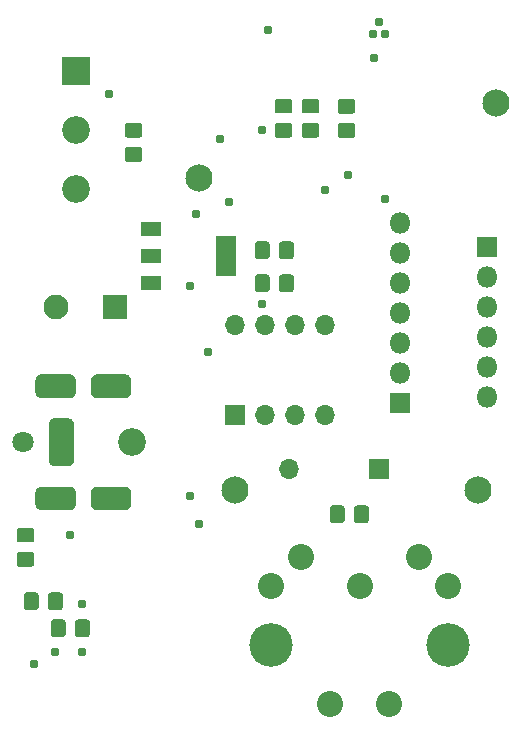
<source format=gbs>
%TF.GenerationSoftware,KiCad,Pcbnew,(5.1.5-0-10_14)*%
%TF.CreationDate,2021-10-12T17:28:20-04:00*%
%TF.ProjectId,piano_aid_pcb,7069616e-6f5f-4616-9964-5f7063622e6b,2*%
%TF.SameCoordinates,Original*%
%TF.FileFunction,Soldermask,Bot*%
%TF.FilePolarity,Negative*%
%FSLAX46Y46*%
G04 Gerber Fmt 4.6, Leading zero omitted, Abs format (unit mm)*
G04 Created by KiCad (PCBNEW (5.1.5-0-10_14)) date 2021-10-12 17:28:20*
%MOMM*%
%LPD*%
G04 APERTURE LIST*
%ADD10C,0.100000*%
%ADD11C,2.351600*%
%ADD12C,1.801600*%
%ADD13R,1.701600X3.401600*%
%ADD14R,1.701600X1.301600*%
%ADD15R,2.351600X2.351600*%
%ADD16C,2.301600*%
%ADD17O,1.701600X1.701600*%
%ADD18R,1.701600X1.701600*%
%ADD19R,1.801600X1.801600*%
%ADD20O,1.801600X1.801600*%
%ADD21C,2.101600*%
%ADD22R,2.101600X2.101600*%
%ADD23C,3.686600*%
%ADD24C,2.201600*%
%ADD25C,0.787400*%
G04 APERTURE END LIST*
D10*
%TO.C,J1*%
G36*
X125979448Y-113479610D02*
G01*
X126028023Y-113486815D01*
X126075658Y-113498747D01*
X126121895Y-113515291D01*
X126166287Y-113536287D01*
X126208407Y-113561533D01*
X126247850Y-113590786D01*
X126284236Y-113623764D01*
X126317214Y-113660150D01*
X126346467Y-113699593D01*
X126371713Y-113741713D01*
X126392709Y-113786105D01*
X126409253Y-113832342D01*
X126421185Y-113879977D01*
X126428390Y-113928552D01*
X126430800Y-113977600D01*
X126430800Y-114978400D01*
X126428390Y-115027448D01*
X126421185Y-115076023D01*
X126409253Y-115123658D01*
X126392709Y-115169895D01*
X126371713Y-115214287D01*
X126346467Y-115256407D01*
X126317214Y-115295850D01*
X126284236Y-115332236D01*
X126247850Y-115365214D01*
X126208407Y-115394467D01*
X126166287Y-115419713D01*
X126121895Y-115440709D01*
X126075658Y-115457253D01*
X126028023Y-115469185D01*
X125979448Y-115476390D01*
X125930400Y-115478800D01*
X123529600Y-115478800D01*
X123480552Y-115476390D01*
X123431977Y-115469185D01*
X123384342Y-115457253D01*
X123338105Y-115440709D01*
X123293713Y-115419713D01*
X123251593Y-115394467D01*
X123212150Y-115365214D01*
X123175764Y-115332236D01*
X123142786Y-115295850D01*
X123113533Y-115256407D01*
X123088287Y-115214287D01*
X123067291Y-115169895D01*
X123050747Y-115123658D01*
X123038815Y-115076023D01*
X123031610Y-115027448D01*
X123029200Y-114978400D01*
X123029200Y-113977600D01*
X123031610Y-113928552D01*
X123038815Y-113879977D01*
X123050747Y-113832342D01*
X123067291Y-113786105D01*
X123088287Y-113741713D01*
X123113533Y-113699593D01*
X123142786Y-113660150D01*
X123175764Y-113623764D01*
X123212150Y-113590786D01*
X123251593Y-113561533D01*
X123293713Y-113536287D01*
X123338105Y-113515291D01*
X123384342Y-113498747D01*
X123431977Y-113486815D01*
X123480552Y-113479610D01*
X123529600Y-113477200D01*
X125930400Y-113477200D01*
X125979448Y-113479610D01*
G37*
G36*
X125806898Y-107679730D02*
G01*
X125857900Y-107687295D01*
X125907916Y-107699824D01*
X125956462Y-107717194D01*
X126003072Y-107739239D01*
X126047297Y-107765746D01*
X126088710Y-107796460D01*
X126126914Y-107831086D01*
X126161540Y-107869290D01*
X126192254Y-107910703D01*
X126218761Y-107954928D01*
X126240806Y-108001538D01*
X126258176Y-108050084D01*
X126270705Y-108100100D01*
X126278270Y-108151102D01*
X126280800Y-108202600D01*
X126280800Y-111253400D01*
X126278270Y-111304898D01*
X126270705Y-111355900D01*
X126258176Y-111405916D01*
X126240806Y-111454462D01*
X126218761Y-111501072D01*
X126192254Y-111545297D01*
X126161540Y-111586710D01*
X126126914Y-111624914D01*
X126088710Y-111659540D01*
X126047297Y-111690254D01*
X126003072Y-111716761D01*
X125956462Y-111738806D01*
X125907916Y-111756176D01*
X125857900Y-111768705D01*
X125806898Y-111776270D01*
X125755400Y-111778800D01*
X124704600Y-111778800D01*
X124653102Y-111776270D01*
X124602100Y-111768705D01*
X124552084Y-111756176D01*
X124503538Y-111738806D01*
X124456928Y-111716761D01*
X124412703Y-111690254D01*
X124371290Y-111659540D01*
X124333086Y-111624914D01*
X124298460Y-111586710D01*
X124267746Y-111545297D01*
X124241239Y-111501072D01*
X124219194Y-111454462D01*
X124201824Y-111405916D01*
X124189295Y-111355900D01*
X124181730Y-111304898D01*
X124179200Y-111253400D01*
X124179200Y-108202600D01*
X124181730Y-108151102D01*
X124189295Y-108100100D01*
X124201824Y-108050084D01*
X124219194Y-108001538D01*
X124241239Y-107954928D01*
X124267746Y-107910703D01*
X124298460Y-107869290D01*
X124333086Y-107831086D01*
X124371290Y-107796460D01*
X124412703Y-107765746D01*
X124456928Y-107739239D01*
X124503538Y-107717194D01*
X124552084Y-107699824D01*
X124602100Y-107687295D01*
X124653102Y-107679730D01*
X124704600Y-107677200D01*
X125755400Y-107677200D01*
X125806898Y-107679730D01*
G37*
G36*
X125979448Y-103979610D02*
G01*
X126028023Y-103986815D01*
X126075658Y-103998747D01*
X126121895Y-104015291D01*
X126166287Y-104036287D01*
X126208407Y-104061533D01*
X126247850Y-104090786D01*
X126284236Y-104123764D01*
X126317214Y-104160150D01*
X126346467Y-104199593D01*
X126371713Y-104241713D01*
X126392709Y-104286105D01*
X126409253Y-104332342D01*
X126421185Y-104379977D01*
X126428390Y-104428552D01*
X126430800Y-104477600D01*
X126430800Y-105478400D01*
X126428390Y-105527448D01*
X126421185Y-105576023D01*
X126409253Y-105623658D01*
X126392709Y-105669895D01*
X126371713Y-105714287D01*
X126346467Y-105756407D01*
X126317214Y-105795850D01*
X126284236Y-105832236D01*
X126247850Y-105865214D01*
X126208407Y-105894467D01*
X126166287Y-105919713D01*
X126121895Y-105940709D01*
X126075658Y-105957253D01*
X126028023Y-105969185D01*
X125979448Y-105976390D01*
X125930400Y-105978800D01*
X123529600Y-105978800D01*
X123480552Y-105976390D01*
X123431977Y-105969185D01*
X123384342Y-105957253D01*
X123338105Y-105940709D01*
X123293713Y-105919713D01*
X123251593Y-105894467D01*
X123212150Y-105865214D01*
X123175764Y-105832236D01*
X123142786Y-105795850D01*
X123113533Y-105756407D01*
X123088287Y-105714287D01*
X123067291Y-105669895D01*
X123050747Y-105623658D01*
X123038815Y-105576023D01*
X123031610Y-105527448D01*
X123029200Y-105478400D01*
X123029200Y-104477600D01*
X123031610Y-104428552D01*
X123038815Y-104379977D01*
X123050747Y-104332342D01*
X123067291Y-104286105D01*
X123088287Y-104241713D01*
X123113533Y-104199593D01*
X123142786Y-104160150D01*
X123175764Y-104123764D01*
X123212150Y-104090786D01*
X123251593Y-104061533D01*
X123293713Y-104036287D01*
X123338105Y-104015291D01*
X123384342Y-103998747D01*
X123431977Y-103986815D01*
X123480552Y-103979610D01*
X123529600Y-103977200D01*
X125930400Y-103977200D01*
X125979448Y-103979610D01*
G37*
G36*
X130679448Y-113479610D02*
G01*
X130728023Y-113486815D01*
X130775658Y-113498747D01*
X130821895Y-113515291D01*
X130866287Y-113536287D01*
X130908407Y-113561533D01*
X130947850Y-113590786D01*
X130984236Y-113623764D01*
X131017214Y-113660150D01*
X131046467Y-113699593D01*
X131071713Y-113741713D01*
X131092709Y-113786105D01*
X131109253Y-113832342D01*
X131121185Y-113879977D01*
X131128390Y-113928552D01*
X131130800Y-113977600D01*
X131130800Y-114978400D01*
X131128390Y-115027448D01*
X131121185Y-115076023D01*
X131109253Y-115123658D01*
X131092709Y-115169895D01*
X131071713Y-115214287D01*
X131046467Y-115256407D01*
X131017214Y-115295850D01*
X130984236Y-115332236D01*
X130947850Y-115365214D01*
X130908407Y-115394467D01*
X130866287Y-115419713D01*
X130821895Y-115440709D01*
X130775658Y-115457253D01*
X130728023Y-115469185D01*
X130679448Y-115476390D01*
X130630400Y-115478800D01*
X128229600Y-115478800D01*
X128180552Y-115476390D01*
X128131977Y-115469185D01*
X128084342Y-115457253D01*
X128038105Y-115440709D01*
X127993713Y-115419713D01*
X127951593Y-115394467D01*
X127912150Y-115365214D01*
X127875764Y-115332236D01*
X127842786Y-115295850D01*
X127813533Y-115256407D01*
X127788287Y-115214287D01*
X127767291Y-115169895D01*
X127750747Y-115123658D01*
X127738815Y-115076023D01*
X127731610Y-115027448D01*
X127729200Y-114978400D01*
X127729200Y-113977600D01*
X127731610Y-113928552D01*
X127738815Y-113879977D01*
X127750747Y-113832342D01*
X127767291Y-113786105D01*
X127788287Y-113741713D01*
X127813533Y-113699593D01*
X127842786Y-113660150D01*
X127875764Y-113623764D01*
X127912150Y-113590786D01*
X127951593Y-113561533D01*
X127993713Y-113536287D01*
X128038105Y-113515291D01*
X128084342Y-113498747D01*
X128131977Y-113486815D01*
X128180552Y-113479610D01*
X128229600Y-113477200D01*
X130630400Y-113477200D01*
X130679448Y-113479610D01*
G37*
G36*
X130679448Y-103979610D02*
G01*
X130728023Y-103986815D01*
X130775658Y-103998747D01*
X130821895Y-104015291D01*
X130866287Y-104036287D01*
X130908407Y-104061533D01*
X130947850Y-104090786D01*
X130984236Y-104123764D01*
X131017214Y-104160150D01*
X131046467Y-104199593D01*
X131071713Y-104241713D01*
X131092709Y-104286105D01*
X131109253Y-104332342D01*
X131121185Y-104379977D01*
X131128390Y-104428552D01*
X131130800Y-104477600D01*
X131130800Y-105478400D01*
X131128390Y-105527448D01*
X131121185Y-105576023D01*
X131109253Y-105623658D01*
X131092709Y-105669895D01*
X131071713Y-105714287D01*
X131046467Y-105756407D01*
X131017214Y-105795850D01*
X130984236Y-105832236D01*
X130947850Y-105865214D01*
X130908407Y-105894467D01*
X130866287Y-105919713D01*
X130821895Y-105940709D01*
X130775658Y-105957253D01*
X130728023Y-105969185D01*
X130679448Y-105976390D01*
X130630400Y-105978800D01*
X128229600Y-105978800D01*
X128180552Y-105976390D01*
X128131977Y-105969185D01*
X128084342Y-105957253D01*
X128038105Y-105940709D01*
X127993713Y-105919713D01*
X127951593Y-105894467D01*
X127912150Y-105865214D01*
X127875764Y-105832236D01*
X127842786Y-105795850D01*
X127813533Y-105756407D01*
X127788287Y-105714287D01*
X127767291Y-105669895D01*
X127750747Y-105623658D01*
X127738815Y-105576023D01*
X127731610Y-105527448D01*
X127729200Y-105478400D01*
X127729200Y-104477600D01*
X127731610Y-104428552D01*
X127738815Y-104379977D01*
X127750747Y-104332342D01*
X127767291Y-104286105D01*
X127788287Y-104241713D01*
X127813533Y-104199593D01*
X127842786Y-104160150D01*
X127875764Y-104123764D01*
X127912150Y-104090786D01*
X127951593Y-104061533D01*
X127993713Y-104036287D01*
X128038105Y-104015291D01*
X128084342Y-103998747D01*
X128131977Y-103986815D01*
X128180552Y-103979610D01*
X128229600Y-103977200D01*
X130630400Y-103977200D01*
X130679448Y-103979610D01*
G37*
D11*
X131230000Y-109728000D03*
D12*
X121980000Y-109728000D03*
%TD*%
D13*
%TO.C,U4*%
X139192000Y-93980000D03*
D14*
X132792000Y-91680000D03*
X132792000Y-93980000D03*
X132792000Y-96280000D03*
%TD*%
D11*
%TO.C,J2*%
X126428000Y-88308000D03*
X126428000Y-83308000D03*
D15*
X126428000Y-78308000D03*
%TD*%
D10*
%TO.C,R10*%
G36*
X122679383Y-116959510D02*
G01*
X122705795Y-116963428D01*
X122731696Y-116969916D01*
X122756837Y-116978911D01*
X122780974Y-116990328D01*
X122803877Y-117004055D01*
X122825324Y-117019961D01*
X122845108Y-117037892D01*
X122863039Y-117057676D01*
X122878945Y-117079123D01*
X122892672Y-117102026D01*
X122904089Y-117126163D01*
X122913084Y-117151304D01*
X122919572Y-117177205D01*
X122923490Y-117203617D01*
X122924800Y-117230286D01*
X122924800Y-117937714D01*
X122923490Y-117964383D01*
X122919572Y-117990795D01*
X122913084Y-118016696D01*
X122904089Y-118041837D01*
X122892672Y-118065974D01*
X122878945Y-118088877D01*
X122863039Y-118110324D01*
X122845108Y-118130108D01*
X122825324Y-118148039D01*
X122803877Y-118163945D01*
X122780974Y-118177672D01*
X122756837Y-118189089D01*
X122731696Y-118198084D01*
X122705795Y-118204572D01*
X122679383Y-118208490D01*
X122652714Y-118209800D01*
X121695286Y-118209800D01*
X121668617Y-118208490D01*
X121642205Y-118204572D01*
X121616304Y-118198084D01*
X121591163Y-118189089D01*
X121567026Y-118177672D01*
X121544123Y-118163945D01*
X121522676Y-118148039D01*
X121502892Y-118130108D01*
X121484961Y-118110324D01*
X121469055Y-118088877D01*
X121455328Y-118065974D01*
X121443911Y-118041837D01*
X121434916Y-118016696D01*
X121428428Y-117990795D01*
X121424510Y-117964383D01*
X121423200Y-117937714D01*
X121423200Y-117230286D01*
X121424510Y-117203617D01*
X121428428Y-117177205D01*
X121434916Y-117151304D01*
X121443911Y-117126163D01*
X121455328Y-117102026D01*
X121469055Y-117079123D01*
X121484961Y-117057676D01*
X121502892Y-117037892D01*
X121522676Y-117019961D01*
X121544123Y-117004055D01*
X121567026Y-116990328D01*
X121591163Y-116978911D01*
X121616304Y-116969916D01*
X121642205Y-116963428D01*
X121668617Y-116959510D01*
X121695286Y-116958200D01*
X122652714Y-116958200D01*
X122679383Y-116959510D01*
G37*
G36*
X122679383Y-119009510D02*
G01*
X122705795Y-119013428D01*
X122731696Y-119019916D01*
X122756837Y-119028911D01*
X122780974Y-119040328D01*
X122803877Y-119054055D01*
X122825324Y-119069961D01*
X122845108Y-119087892D01*
X122863039Y-119107676D01*
X122878945Y-119129123D01*
X122892672Y-119152026D01*
X122904089Y-119176163D01*
X122913084Y-119201304D01*
X122919572Y-119227205D01*
X122923490Y-119253617D01*
X122924800Y-119280286D01*
X122924800Y-119987714D01*
X122923490Y-120014383D01*
X122919572Y-120040795D01*
X122913084Y-120066696D01*
X122904089Y-120091837D01*
X122892672Y-120115974D01*
X122878945Y-120138877D01*
X122863039Y-120160324D01*
X122845108Y-120180108D01*
X122825324Y-120198039D01*
X122803877Y-120213945D01*
X122780974Y-120227672D01*
X122756837Y-120239089D01*
X122731696Y-120248084D01*
X122705795Y-120254572D01*
X122679383Y-120258490D01*
X122652714Y-120259800D01*
X121695286Y-120259800D01*
X121668617Y-120258490D01*
X121642205Y-120254572D01*
X121616304Y-120248084D01*
X121591163Y-120239089D01*
X121567026Y-120227672D01*
X121544123Y-120213945D01*
X121522676Y-120198039D01*
X121502892Y-120180108D01*
X121484961Y-120160324D01*
X121469055Y-120138877D01*
X121455328Y-120115974D01*
X121443911Y-120091837D01*
X121434916Y-120066696D01*
X121428428Y-120040795D01*
X121424510Y-120014383D01*
X121423200Y-119987714D01*
X121423200Y-119280286D01*
X121424510Y-119253617D01*
X121428428Y-119227205D01*
X121434916Y-119201304D01*
X121443911Y-119176163D01*
X121455328Y-119152026D01*
X121469055Y-119129123D01*
X121484961Y-119107676D01*
X121502892Y-119087892D01*
X121522676Y-119069961D01*
X121544123Y-119054055D01*
X121567026Y-119040328D01*
X121591163Y-119028911D01*
X121616304Y-119019916D01*
X121642205Y-119013428D01*
X121668617Y-119009510D01*
X121695286Y-119008200D01*
X122652714Y-119008200D01*
X122679383Y-119009510D01*
G37*
%TD*%
%TO.C,C6*%
G36*
X146809383Y-82687510D02*
G01*
X146835795Y-82691428D01*
X146861696Y-82697916D01*
X146886837Y-82706911D01*
X146910974Y-82718328D01*
X146933877Y-82732055D01*
X146955324Y-82747961D01*
X146975108Y-82765892D01*
X146993039Y-82785676D01*
X147008945Y-82807123D01*
X147022672Y-82830026D01*
X147034089Y-82854163D01*
X147043084Y-82879304D01*
X147049572Y-82905205D01*
X147053490Y-82931617D01*
X147054800Y-82958286D01*
X147054800Y-83665714D01*
X147053490Y-83692383D01*
X147049572Y-83718795D01*
X147043084Y-83744696D01*
X147034089Y-83769837D01*
X147022672Y-83793974D01*
X147008945Y-83816877D01*
X146993039Y-83838324D01*
X146975108Y-83858108D01*
X146955324Y-83876039D01*
X146933877Y-83891945D01*
X146910974Y-83905672D01*
X146886837Y-83917089D01*
X146861696Y-83926084D01*
X146835795Y-83932572D01*
X146809383Y-83936490D01*
X146782714Y-83937800D01*
X145825286Y-83937800D01*
X145798617Y-83936490D01*
X145772205Y-83932572D01*
X145746304Y-83926084D01*
X145721163Y-83917089D01*
X145697026Y-83905672D01*
X145674123Y-83891945D01*
X145652676Y-83876039D01*
X145632892Y-83858108D01*
X145614961Y-83838324D01*
X145599055Y-83816877D01*
X145585328Y-83793974D01*
X145573911Y-83769837D01*
X145564916Y-83744696D01*
X145558428Y-83718795D01*
X145554510Y-83692383D01*
X145553200Y-83665714D01*
X145553200Y-82958286D01*
X145554510Y-82931617D01*
X145558428Y-82905205D01*
X145564916Y-82879304D01*
X145573911Y-82854163D01*
X145585328Y-82830026D01*
X145599055Y-82807123D01*
X145614961Y-82785676D01*
X145632892Y-82765892D01*
X145652676Y-82747961D01*
X145674123Y-82732055D01*
X145697026Y-82718328D01*
X145721163Y-82706911D01*
X145746304Y-82697916D01*
X145772205Y-82691428D01*
X145798617Y-82687510D01*
X145825286Y-82686200D01*
X146782714Y-82686200D01*
X146809383Y-82687510D01*
G37*
G36*
X146809383Y-80637510D02*
G01*
X146835795Y-80641428D01*
X146861696Y-80647916D01*
X146886837Y-80656911D01*
X146910974Y-80668328D01*
X146933877Y-80682055D01*
X146955324Y-80697961D01*
X146975108Y-80715892D01*
X146993039Y-80735676D01*
X147008945Y-80757123D01*
X147022672Y-80780026D01*
X147034089Y-80804163D01*
X147043084Y-80829304D01*
X147049572Y-80855205D01*
X147053490Y-80881617D01*
X147054800Y-80908286D01*
X147054800Y-81615714D01*
X147053490Y-81642383D01*
X147049572Y-81668795D01*
X147043084Y-81694696D01*
X147034089Y-81719837D01*
X147022672Y-81743974D01*
X147008945Y-81766877D01*
X146993039Y-81788324D01*
X146975108Y-81808108D01*
X146955324Y-81826039D01*
X146933877Y-81841945D01*
X146910974Y-81855672D01*
X146886837Y-81867089D01*
X146861696Y-81876084D01*
X146835795Y-81882572D01*
X146809383Y-81886490D01*
X146782714Y-81887800D01*
X145825286Y-81887800D01*
X145798617Y-81886490D01*
X145772205Y-81882572D01*
X145746304Y-81876084D01*
X145721163Y-81867089D01*
X145697026Y-81855672D01*
X145674123Y-81841945D01*
X145652676Y-81826039D01*
X145632892Y-81808108D01*
X145614961Y-81788324D01*
X145599055Y-81766877D01*
X145585328Y-81743974D01*
X145573911Y-81719837D01*
X145564916Y-81694696D01*
X145558428Y-81668795D01*
X145554510Y-81642383D01*
X145553200Y-81615714D01*
X145553200Y-80908286D01*
X145554510Y-80881617D01*
X145558428Y-80855205D01*
X145564916Y-80829304D01*
X145573911Y-80804163D01*
X145585328Y-80780026D01*
X145599055Y-80757123D01*
X145614961Y-80735676D01*
X145632892Y-80715892D01*
X145652676Y-80697961D01*
X145674123Y-80682055D01*
X145697026Y-80668328D01*
X145721163Y-80656911D01*
X145746304Y-80647916D01*
X145772205Y-80641428D01*
X145798617Y-80637510D01*
X145825286Y-80636200D01*
X146782714Y-80636200D01*
X146809383Y-80637510D01*
G37*
%TD*%
D16*
%TO.C,H4*%
X162052000Y-81026000D03*
%TD*%
%TO.C,H3*%
X160528000Y-113792000D03*
%TD*%
%TO.C,H2*%
X139954000Y-113792000D03*
%TD*%
%TO.C,H1*%
X136906000Y-87376000D03*
%TD*%
D17*
%TO.C,D1*%
X144526000Y-112014000D03*
D18*
X152146000Y-112014000D03*
%TD*%
D10*
%TO.C,R9*%
G36*
X149857383Y-82705510D02*
G01*
X149883795Y-82709428D01*
X149909696Y-82715916D01*
X149934837Y-82724911D01*
X149958974Y-82736328D01*
X149981877Y-82750055D01*
X150003324Y-82765961D01*
X150023108Y-82783892D01*
X150041039Y-82803676D01*
X150056945Y-82825123D01*
X150070672Y-82848026D01*
X150082089Y-82872163D01*
X150091084Y-82897304D01*
X150097572Y-82923205D01*
X150101490Y-82949617D01*
X150102800Y-82976286D01*
X150102800Y-83683714D01*
X150101490Y-83710383D01*
X150097572Y-83736795D01*
X150091084Y-83762696D01*
X150082089Y-83787837D01*
X150070672Y-83811974D01*
X150056945Y-83834877D01*
X150041039Y-83856324D01*
X150023108Y-83876108D01*
X150003324Y-83894039D01*
X149981877Y-83909945D01*
X149958974Y-83923672D01*
X149934837Y-83935089D01*
X149909696Y-83944084D01*
X149883795Y-83950572D01*
X149857383Y-83954490D01*
X149830714Y-83955800D01*
X148873286Y-83955800D01*
X148846617Y-83954490D01*
X148820205Y-83950572D01*
X148794304Y-83944084D01*
X148769163Y-83935089D01*
X148745026Y-83923672D01*
X148722123Y-83909945D01*
X148700676Y-83894039D01*
X148680892Y-83876108D01*
X148662961Y-83856324D01*
X148647055Y-83834877D01*
X148633328Y-83811974D01*
X148621911Y-83787837D01*
X148612916Y-83762696D01*
X148606428Y-83736795D01*
X148602510Y-83710383D01*
X148601200Y-83683714D01*
X148601200Y-82976286D01*
X148602510Y-82949617D01*
X148606428Y-82923205D01*
X148612916Y-82897304D01*
X148621911Y-82872163D01*
X148633328Y-82848026D01*
X148647055Y-82825123D01*
X148662961Y-82803676D01*
X148680892Y-82783892D01*
X148700676Y-82765961D01*
X148722123Y-82750055D01*
X148745026Y-82736328D01*
X148769163Y-82724911D01*
X148794304Y-82715916D01*
X148820205Y-82709428D01*
X148846617Y-82705510D01*
X148873286Y-82704200D01*
X149830714Y-82704200D01*
X149857383Y-82705510D01*
G37*
G36*
X149857383Y-80655510D02*
G01*
X149883795Y-80659428D01*
X149909696Y-80665916D01*
X149934837Y-80674911D01*
X149958974Y-80686328D01*
X149981877Y-80700055D01*
X150003324Y-80715961D01*
X150023108Y-80733892D01*
X150041039Y-80753676D01*
X150056945Y-80775123D01*
X150070672Y-80798026D01*
X150082089Y-80822163D01*
X150091084Y-80847304D01*
X150097572Y-80873205D01*
X150101490Y-80899617D01*
X150102800Y-80926286D01*
X150102800Y-81633714D01*
X150101490Y-81660383D01*
X150097572Y-81686795D01*
X150091084Y-81712696D01*
X150082089Y-81737837D01*
X150070672Y-81761974D01*
X150056945Y-81784877D01*
X150041039Y-81806324D01*
X150023108Y-81826108D01*
X150003324Y-81844039D01*
X149981877Y-81859945D01*
X149958974Y-81873672D01*
X149934837Y-81885089D01*
X149909696Y-81894084D01*
X149883795Y-81900572D01*
X149857383Y-81904490D01*
X149830714Y-81905800D01*
X148873286Y-81905800D01*
X148846617Y-81904490D01*
X148820205Y-81900572D01*
X148794304Y-81894084D01*
X148769163Y-81885089D01*
X148745026Y-81873672D01*
X148722123Y-81859945D01*
X148700676Y-81844039D01*
X148680892Y-81826108D01*
X148662961Y-81806324D01*
X148647055Y-81784877D01*
X148633328Y-81761974D01*
X148621911Y-81737837D01*
X148612916Y-81712696D01*
X148606428Y-81686795D01*
X148602510Y-81660383D01*
X148601200Y-81633714D01*
X148601200Y-80926286D01*
X148602510Y-80899617D01*
X148606428Y-80873205D01*
X148612916Y-80847304D01*
X148621911Y-80822163D01*
X148633328Y-80798026D01*
X148647055Y-80775123D01*
X148662961Y-80753676D01*
X148680892Y-80733892D01*
X148700676Y-80715961D01*
X148722123Y-80700055D01*
X148745026Y-80686328D01*
X148769163Y-80674911D01*
X148794304Y-80665916D01*
X148820205Y-80659428D01*
X148846617Y-80655510D01*
X148873286Y-80654200D01*
X149830714Y-80654200D01*
X149857383Y-80655510D01*
G37*
%TD*%
D17*
%TO.C,U2*%
X139954000Y-99822000D03*
X147574000Y-107442000D03*
X142494000Y-99822000D03*
X145034000Y-107442000D03*
X145034000Y-99822000D03*
X142494000Y-107442000D03*
X147574000Y-99822000D03*
D18*
X139954000Y-107442000D03*
%TD*%
D19*
%TO.C,J6*%
X153924000Y-106426000D03*
D20*
X153924000Y-103886000D03*
X153924000Y-101346000D03*
X153924000Y-98806000D03*
X153924000Y-96266000D03*
X153924000Y-93726000D03*
X153924000Y-91186000D03*
%TD*%
D21*
%TO.C,C1*%
X124794000Y-98298000D03*
D22*
X129794000Y-98298000D03*
%TD*%
D10*
%TO.C,C4*%
G36*
X131823383Y-82678510D02*
G01*
X131849795Y-82682428D01*
X131875696Y-82688916D01*
X131900837Y-82697911D01*
X131924974Y-82709328D01*
X131947877Y-82723055D01*
X131969324Y-82738961D01*
X131989108Y-82756892D01*
X132007039Y-82776676D01*
X132022945Y-82798123D01*
X132036672Y-82821026D01*
X132048089Y-82845163D01*
X132057084Y-82870304D01*
X132063572Y-82896205D01*
X132067490Y-82922617D01*
X132068800Y-82949286D01*
X132068800Y-83656714D01*
X132067490Y-83683383D01*
X132063572Y-83709795D01*
X132057084Y-83735696D01*
X132048089Y-83760837D01*
X132036672Y-83784974D01*
X132022945Y-83807877D01*
X132007039Y-83829324D01*
X131989108Y-83849108D01*
X131969324Y-83867039D01*
X131947877Y-83882945D01*
X131924974Y-83896672D01*
X131900837Y-83908089D01*
X131875696Y-83917084D01*
X131849795Y-83923572D01*
X131823383Y-83927490D01*
X131796714Y-83928800D01*
X130839286Y-83928800D01*
X130812617Y-83927490D01*
X130786205Y-83923572D01*
X130760304Y-83917084D01*
X130735163Y-83908089D01*
X130711026Y-83896672D01*
X130688123Y-83882945D01*
X130666676Y-83867039D01*
X130646892Y-83849108D01*
X130628961Y-83829324D01*
X130613055Y-83807877D01*
X130599328Y-83784974D01*
X130587911Y-83760837D01*
X130578916Y-83735696D01*
X130572428Y-83709795D01*
X130568510Y-83683383D01*
X130567200Y-83656714D01*
X130567200Y-82949286D01*
X130568510Y-82922617D01*
X130572428Y-82896205D01*
X130578916Y-82870304D01*
X130587911Y-82845163D01*
X130599328Y-82821026D01*
X130613055Y-82798123D01*
X130628961Y-82776676D01*
X130646892Y-82756892D01*
X130666676Y-82738961D01*
X130688123Y-82723055D01*
X130711026Y-82709328D01*
X130735163Y-82697911D01*
X130760304Y-82688916D01*
X130786205Y-82682428D01*
X130812617Y-82678510D01*
X130839286Y-82677200D01*
X131796714Y-82677200D01*
X131823383Y-82678510D01*
G37*
G36*
X131823383Y-84728510D02*
G01*
X131849795Y-84732428D01*
X131875696Y-84738916D01*
X131900837Y-84747911D01*
X131924974Y-84759328D01*
X131947877Y-84773055D01*
X131969324Y-84788961D01*
X131989108Y-84806892D01*
X132007039Y-84826676D01*
X132022945Y-84848123D01*
X132036672Y-84871026D01*
X132048089Y-84895163D01*
X132057084Y-84920304D01*
X132063572Y-84946205D01*
X132067490Y-84972617D01*
X132068800Y-84999286D01*
X132068800Y-85706714D01*
X132067490Y-85733383D01*
X132063572Y-85759795D01*
X132057084Y-85785696D01*
X132048089Y-85810837D01*
X132036672Y-85834974D01*
X132022945Y-85857877D01*
X132007039Y-85879324D01*
X131989108Y-85899108D01*
X131969324Y-85917039D01*
X131947877Y-85932945D01*
X131924974Y-85946672D01*
X131900837Y-85958089D01*
X131875696Y-85967084D01*
X131849795Y-85973572D01*
X131823383Y-85977490D01*
X131796714Y-85978800D01*
X130839286Y-85978800D01*
X130812617Y-85977490D01*
X130786205Y-85973572D01*
X130760304Y-85967084D01*
X130735163Y-85958089D01*
X130711026Y-85946672D01*
X130688123Y-85932945D01*
X130666676Y-85917039D01*
X130646892Y-85899108D01*
X130628961Y-85879324D01*
X130613055Y-85857877D01*
X130599328Y-85834974D01*
X130587911Y-85810837D01*
X130578916Y-85785696D01*
X130572428Y-85759795D01*
X130568510Y-85733383D01*
X130567200Y-85706714D01*
X130567200Y-84999286D01*
X130568510Y-84972617D01*
X130572428Y-84946205D01*
X130578916Y-84920304D01*
X130587911Y-84895163D01*
X130599328Y-84871026D01*
X130613055Y-84848123D01*
X130628961Y-84826676D01*
X130646892Y-84806892D01*
X130666676Y-84788961D01*
X130688123Y-84773055D01*
X130711026Y-84759328D01*
X130735163Y-84747911D01*
X130760304Y-84738916D01*
X130786205Y-84732428D01*
X130812617Y-84728510D01*
X130839286Y-84727200D01*
X131796714Y-84727200D01*
X131823383Y-84728510D01*
G37*
%TD*%
%TO.C,C5*%
G36*
X148952383Y-115074510D02*
G01*
X148978795Y-115078428D01*
X149004696Y-115084916D01*
X149029837Y-115093911D01*
X149053974Y-115105328D01*
X149076877Y-115119055D01*
X149098324Y-115134961D01*
X149118108Y-115152892D01*
X149136039Y-115172676D01*
X149151945Y-115194123D01*
X149165672Y-115217026D01*
X149177089Y-115241163D01*
X149186084Y-115266304D01*
X149192572Y-115292205D01*
X149196490Y-115318617D01*
X149197800Y-115345286D01*
X149197800Y-116302714D01*
X149196490Y-116329383D01*
X149192572Y-116355795D01*
X149186084Y-116381696D01*
X149177089Y-116406837D01*
X149165672Y-116430974D01*
X149151945Y-116453877D01*
X149136039Y-116475324D01*
X149118108Y-116495108D01*
X149098324Y-116513039D01*
X149076877Y-116528945D01*
X149053974Y-116542672D01*
X149029837Y-116554089D01*
X149004696Y-116563084D01*
X148978795Y-116569572D01*
X148952383Y-116573490D01*
X148925714Y-116574800D01*
X148218286Y-116574800D01*
X148191617Y-116573490D01*
X148165205Y-116569572D01*
X148139304Y-116563084D01*
X148114163Y-116554089D01*
X148090026Y-116542672D01*
X148067123Y-116528945D01*
X148045676Y-116513039D01*
X148025892Y-116495108D01*
X148007961Y-116475324D01*
X147992055Y-116453877D01*
X147978328Y-116430974D01*
X147966911Y-116406837D01*
X147957916Y-116381696D01*
X147951428Y-116355795D01*
X147947510Y-116329383D01*
X147946200Y-116302714D01*
X147946200Y-115345286D01*
X147947510Y-115318617D01*
X147951428Y-115292205D01*
X147957916Y-115266304D01*
X147966911Y-115241163D01*
X147978328Y-115217026D01*
X147992055Y-115194123D01*
X148007961Y-115172676D01*
X148025892Y-115152892D01*
X148045676Y-115134961D01*
X148067123Y-115119055D01*
X148090026Y-115105328D01*
X148114163Y-115093911D01*
X148139304Y-115084916D01*
X148165205Y-115078428D01*
X148191617Y-115074510D01*
X148218286Y-115073200D01*
X148925714Y-115073200D01*
X148952383Y-115074510D01*
G37*
G36*
X151002383Y-115074510D02*
G01*
X151028795Y-115078428D01*
X151054696Y-115084916D01*
X151079837Y-115093911D01*
X151103974Y-115105328D01*
X151126877Y-115119055D01*
X151148324Y-115134961D01*
X151168108Y-115152892D01*
X151186039Y-115172676D01*
X151201945Y-115194123D01*
X151215672Y-115217026D01*
X151227089Y-115241163D01*
X151236084Y-115266304D01*
X151242572Y-115292205D01*
X151246490Y-115318617D01*
X151247800Y-115345286D01*
X151247800Y-116302714D01*
X151246490Y-116329383D01*
X151242572Y-116355795D01*
X151236084Y-116381696D01*
X151227089Y-116406837D01*
X151215672Y-116430974D01*
X151201945Y-116453877D01*
X151186039Y-116475324D01*
X151168108Y-116495108D01*
X151148324Y-116513039D01*
X151126877Y-116528945D01*
X151103974Y-116542672D01*
X151079837Y-116554089D01*
X151054696Y-116563084D01*
X151028795Y-116569572D01*
X151002383Y-116573490D01*
X150975714Y-116574800D01*
X150268286Y-116574800D01*
X150241617Y-116573490D01*
X150215205Y-116569572D01*
X150189304Y-116563084D01*
X150164163Y-116554089D01*
X150140026Y-116542672D01*
X150117123Y-116528945D01*
X150095676Y-116513039D01*
X150075892Y-116495108D01*
X150057961Y-116475324D01*
X150042055Y-116453877D01*
X150028328Y-116430974D01*
X150016911Y-116406837D01*
X150007916Y-116381696D01*
X150001428Y-116355795D01*
X149997510Y-116329383D01*
X149996200Y-116302714D01*
X149996200Y-115345286D01*
X149997510Y-115318617D01*
X150001428Y-115292205D01*
X150007916Y-115266304D01*
X150016911Y-115241163D01*
X150028328Y-115217026D01*
X150042055Y-115194123D01*
X150057961Y-115172676D01*
X150075892Y-115152892D01*
X150095676Y-115134961D01*
X150117123Y-115119055D01*
X150140026Y-115105328D01*
X150164163Y-115093911D01*
X150189304Y-115084916D01*
X150215205Y-115078428D01*
X150241617Y-115074510D01*
X150268286Y-115073200D01*
X150975714Y-115073200D01*
X151002383Y-115074510D01*
G37*
%TD*%
%TO.C,C7*%
G36*
X144523383Y-82687510D02*
G01*
X144549795Y-82691428D01*
X144575696Y-82697916D01*
X144600837Y-82706911D01*
X144624974Y-82718328D01*
X144647877Y-82732055D01*
X144669324Y-82747961D01*
X144689108Y-82765892D01*
X144707039Y-82785676D01*
X144722945Y-82807123D01*
X144736672Y-82830026D01*
X144748089Y-82854163D01*
X144757084Y-82879304D01*
X144763572Y-82905205D01*
X144767490Y-82931617D01*
X144768800Y-82958286D01*
X144768800Y-83665714D01*
X144767490Y-83692383D01*
X144763572Y-83718795D01*
X144757084Y-83744696D01*
X144748089Y-83769837D01*
X144736672Y-83793974D01*
X144722945Y-83816877D01*
X144707039Y-83838324D01*
X144689108Y-83858108D01*
X144669324Y-83876039D01*
X144647877Y-83891945D01*
X144624974Y-83905672D01*
X144600837Y-83917089D01*
X144575696Y-83926084D01*
X144549795Y-83932572D01*
X144523383Y-83936490D01*
X144496714Y-83937800D01*
X143539286Y-83937800D01*
X143512617Y-83936490D01*
X143486205Y-83932572D01*
X143460304Y-83926084D01*
X143435163Y-83917089D01*
X143411026Y-83905672D01*
X143388123Y-83891945D01*
X143366676Y-83876039D01*
X143346892Y-83858108D01*
X143328961Y-83838324D01*
X143313055Y-83816877D01*
X143299328Y-83793974D01*
X143287911Y-83769837D01*
X143278916Y-83744696D01*
X143272428Y-83718795D01*
X143268510Y-83692383D01*
X143267200Y-83665714D01*
X143267200Y-82958286D01*
X143268510Y-82931617D01*
X143272428Y-82905205D01*
X143278916Y-82879304D01*
X143287911Y-82854163D01*
X143299328Y-82830026D01*
X143313055Y-82807123D01*
X143328961Y-82785676D01*
X143346892Y-82765892D01*
X143366676Y-82747961D01*
X143388123Y-82732055D01*
X143411026Y-82718328D01*
X143435163Y-82706911D01*
X143460304Y-82697916D01*
X143486205Y-82691428D01*
X143512617Y-82687510D01*
X143539286Y-82686200D01*
X144496714Y-82686200D01*
X144523383Y-82687510D01*
G37*
G36*
X144523383Y-80637510D02*
G01*
X144549795Y-80641428D01*
X144575696Y-80647916D01*
X144600837Y-80656911D01*
X144624974Y-80668328D01*
X144647877Y-80682055D01*
X144669324Y-80697961D01*
X144689108Y-80715892D01*
X144707039Y-80735676D01*
X144722945Y-80757123D01*
X144736672Y-80780026D01*
X144748089Y-80804163D01*
X144757084Y-80829304D01*
X144763572Y-80855205D01*
X144767490Y-80881617D01*
X144768800Y-80908286D01*
X144768800Y-81615714D01*
X144767490Y-81642383D01*
X144763572Y-81668795D01*
X144757084Y-81694696D01*
X144748089Y-81719837D01*
X144736672Y-81743974D01*
X144722945Y-81766877D01*
X144707039Y-81788324D01*
X144689108Y-81808108D01*
X144669324Y-81826039D01*
X144647877Y-81841945D01*
X144624974Y-81855672D01*
X144600837Y-81867089D01*
X144575696Y-81876084D01*
X144549795Y-81882572D01*
X144523383Y-81886490D01*
X144496714Y-81887800D01*
X143539286Y-81887800D01*
X143512617Y-81886490D01*
X143486205Y-81882572D01*
X143460304Y-81876084D01*
X143435163Y-81867089D01*
X143411026Y-81855672D01*
X143388123Y-81841945D01*
X143366676Y-81826039D01*
X143346892Y-81808108D01*
X143328961Y-81788324D01*
X143313055Y-81766877D01*
X143299328Y-81743974D01*
X143287911Y-81719837D01*
X143278916Y-81694696D01*
X143272428Y-81668795D01*
X143268510Y-81642383D01*
X143267200Y-81615714D01*
X143267200Y-80908286D01*
X143268510Y-80881617D01*
X143272428Y-80855205D01*
X143278916Y-80829304D01*
X143287911Y-80804163D01*
X143299328Y-80780026D01*
X143313055Y-80757123D01*
X143328961Y-80735676D01*
X143346892Y-80715892D01*
X143366676Y-80697961D01*
X143388123Y-80682055D01*
X143411026Y-80668328D01*
X143435163Y-80656911D01*
X143460304Y-80647916D01*
X143486205Y-80641428D01*
X143512617Y-80637510D01*
X143539286Y-80636200D01*
X144496714Y-80636200D01*
X144523383Y-80637510D01*
G37*
%TD*%
D23*
%TO.C,J3*%
X142978000Y-126930000D03*
X157988000Y-126930000D03*
D24*
X147983000Y-131930000D03*
X152983000Y-131930000D03*
X145478000Y-119430000D03*
X155488000Y-119430000D03*
X142978000Y-121920000D03*
X150483000Y-121920000D03*
X157988000Y-121920000D03*
%TD*%
D20*
%TO.C,J4*%
X161290000Y-105918000D03*
X161290000Y-103378000D03*
X161290000Y-100838000D03*
X161290000Y-98298000D03*
X161290000Y-95758000D03*
D19*
X161290000Y-93218000D03*
%TD*%
D10*
%TO.C,R2*%
G36*
X142602383Y-92722510D02*
G01*
X142628795Y-92726428D01*
X142654696Y-92732916D01*
X142679837Y-92741911D01*
X142703974Y-92753328D01*
X142726877Y-92767055D01*
X142748324Y-92782961D01*
X142768108Y-92800892D01*
X142786039Y-92820676D01*
X142801945Y-92842123D01*
X142815672Y-92865026D01*
X142827089Y-92889163D01*
X142836084Y-92914304D01*
X142842572Y-92940205D01*
X142846490Y-92966617D01*
X142847800Y-92993286D01*
X142847800Y-93950714D01*
X142846490Y-93977383D01*
X142842572Y-94003795D01*
X142836084Y-94029696D01*
X142827089Y-94054837D01*
X142815672Y-94078974D01*
X142801945Y-94101877D01*
X142786039Y-94123324D01*
X142768108Y-94143108D01*
X142748324Y-94161039D01*
X142726877Y-94176945D01*
X142703974Y-94190672D01*
X142679837Y-94202089D01*
X142654696Y-94211084D01*
X142628795Y-94217572D01*
X142602383Y-94221490D01*
X142575714Y-94222800D01*
X141868286Y-94222800D01*
X141841617Y-94221490D01*
X141815205Y-94217572D01*
X141789304Y-94211084D01*
X141764163Y-94202089D01*
X141740026Y-94190672D01*
X141717123Y-94176945D01*
X141695676Y-94161039D01*
X141675892Y-94143108D01*
X141657961Y-94123324D01*
X141642055Y-94101877D01*
X141628328Y-94078974D01*
X141616911Y-94054837D01*
X141607916Y-94029696D01*
X141601428Y-94003795D01*
X141597510Y-93977383D01*
X141596200Y-93950714D01*
X141596200Y-92993286D01*
X141597510Y-92966617D01*
X141601428Y-92940205D01*
X141607916Y-92914304D01*
X141616911Y-92889163D01*
X141628328Y-92865026D01*
X141642055Y-92842123D01*
X141657961Y-92820676D01*
X141675892Y-92800892D01*
X141695676Y-92782961D01*
X141717123Y-92767055D01*
X141740026Y-92753328D01*
X141764163Y-92741911D01*
X141789304Y-92732916D01*
X141815205Y-92726428D01*
X141841617Y-92722510D01*
X141868286Y-92721200D01*
X142575714Y-92721200D01*
X142602383Y-92722510D01*
G37*
G36*
X144652383Y-92722510D02*
G01*
X144678795Y-92726428D01*
X144704696Y-92732916D01*
X144729837Y-92741911D01*
X144753974Y-92753328D01*
X144776877Y-92767055D01*
X144798324Y-92782961D01*
X144818108Y-92800892D01*
X144836039Y-92820676D01*
X144851945Y-92842123D01*
X144865672Y-92865026D01*
X144877089Y-92889163D01*
X144886084Y-92914304D01*
X144892572Y-92940205D01*
X144896490Y-92966617D01*
X144897800Y-92993286D01*
X144897800Y-93950714D01*
X144896490Y-93977383D01*
X144892572Y-94003795D01*
X144886084Y-94029696D01*
X144877089Y-94054837D01*
X144865672Y-94078974D01*
X144851945Y-94101877D01*
X144836039Y-94123324D01*
X144818108Y-94143108D01*
X144798324Y-94161039D01*
X144776877Y-94176945D01*
X144753974Y-94190672D01*
X144729837Y-94202089D01*
X144704696Y-94211084D01*
X144678795Y-94217572D01*
X144652383Y-94221490D01*
X144625714Y-94222800D01*
X143918286Y-94222800D01*
X143891617Y-94221490D01*
X143865205Y-94217572D01*
X143839304Y-94211084D01*
X143814163Y-94202089D01*
X143790026Y-94190672D01*
X143767123Y-94176945D01*
X143745676Y-94161039D01*
X143725892Y-94143108D01*
X143707961Y-94123324D01*
X143692055Y-94101877D01*
X143678328Y-94078974D01*
X143666911Y-94054837D01*
X143657916Y-94029696D01*
X143651428Y-94003795D01*
X143647510Y-93977383D01*
X143646200Y-93950714D01*
X143646200Y-92993286D01*
X143647510Y-92966617D01*
X143651428Y-92940205D01*
X143657916Y-92914304D01*
X143666911Y-92889163D01*
X143678328Y-92865026D01*
X143692055Y-92842123D01*
X143707961Y-92820676D01*
X143725892Y-92800892D01*
X143745676Y-92782961D01*
X143767123Y-92767055D01*
X143790026Y-92753328D01*
X143814163Y-92741911D01*
X143839304Y-92732916D01*
X143865205Y-92726428D01*
X143891617Y-92722510D01*
X143918286Y-92721200D01*
X144625714Y-92721200D01*
X144652383Y-92722510D01*
G37*
%TD*%
%TO.C,R3*%
G36*
X144652383Y-95516510D02*
G01*
X144678795Y-95520428D01*
X144704696Y-95526916D01*
X144729837Y-95535911D01*
X144753974Y-95547328D01*
X144776877Y-95561055D01*
X144798324Y-95576961D01*
X144818108Y-95594892D01*
X144836039Y-95614676D01*
X144851945Y-95636123D01*
X144865672Y-95659026D01*
X144877089Y-95683163D01*
X144886084Y-95708304D01*
X144892572Y-95734205D01*
X144896490Y-95760617D01*
X144897800Y-95787286D01*
X144897800Y-96744714D01*
X144896490Y-96771383D01*
X144892572Y-96797795D01*
X144886084Y-96823696D01*
X144877089Y-96848837D01*
X144865672Y-96872974D01*
X144851945Y-96895877D01*
X144836039Y-96917324D01*
X144818108Y-96937108D01*
X144798324Y-96955039D01*
X144776877Y-96970945D01*
X144753974Y-96984672D01*
X144729837Y-96996089D01*
X144704696Y-97005084D01*
X144678795Y-97011572D01*
X144652383Y-97015490D01*
X144625714Y-97016800D01*
X143918286Y-97016800D01*
X143891617Y-97015490D01*
X143865205Y-97011572D01*
X143839304Y-97005084D01*
X143814163Y-96996089D01*
X143790026Y-96984672D01*
X143767123Y-96970945D01*
X143745676Y-96955039D01*
X143725892Y-96937108D01*
X143707961Y-96917324D01*
X143692055Y-96895877D01*
X143678328Y-96872974D01*
X143666911Y-96848837D01*
X143657916Y-96823696D01*
X143651428Y-96797795D01*
X143647510Y-96771383D01*
X143646200Y-96744714D01*
X143646200Y-95787286D01*
X143647510Y-95760617D01*
X143651428Y-95734205D01*
X143657916Y-95708304D01*
X143666911Y-95683163D01*
X143678328Y-95659026D01*
X143692055Y-95636123D01*
X143707961Y-95614676D01*
X143725892Y-95594892D01*
X143745676Y-95576961D01*
X143767123Y-95561055D01*
X143790026Y-95547328D01*
X143814163Y-95535911D01*
X143839304Y-95526916D01*
X143865205Y-95520428D01*
X143891617Y-95516510D01*
X143918286Y-95515200D01*
X144625714Y-95515200D01*
X144652383Y-95516510D01*
G37*
G36*
X142602383Y-95516510D02*
G01*
X142628795Y-95520428D01*
X142654696Y-95526916D01*
X142679837Y-95535911D01*
X142703974Y-95547328D01*
X142726877Y-95561055D01*
X142748324Y-95576961D01*
X142768108Y-95594892D01*
X142786039Y-95614676D01*
X142801945Y-95636123D01*
X142815672Y-95659026D01*
X142827089Y-95683163D01*
X142836084Y-95708304D01*
X142842572Y-95734205D01*
X142846490Y-95760617D01*
X142847800Y-95787286D01*
X142847800Y-96744714D01*
X142846490Y-96771383D01*
X142842572Y-96797795D01*
X142836084Y-96823696D01*
X142827089Y-96848837D01*
X142815672Y-96872974D01*
X142801945Y-96895877D01*
X142786039Y-96917324D01*
X142768108Y-96937108D01*
X142748324Y-96955039D01*
X142726877Y-96970945D01*
X142703974Y-96984672D01*
X142679837Y-96996089D01*
X142654696Y-97005084D01*
X142628795Y-97011572D01*
X142602383Y-97015490D01*
X142575714Y-97016800D01*
X141868286Y-97016800D01*
X141841617Y-97015490D01*
X141815205Y-97011572D01*
X141789304Y-97005084D01*
X141764163Y-96996089D01*
X141740026Y-96984672D01*
X141717123Y-96970945D01*
X141695676Y-96955039D01*
X141675892Y-96937108D01*
X141657961Y-96917324D01*
X141642055Y-96895877D01*
X141628328Y-96872974D01*
X141616911Y-96848837D01*
X141607916Y-96823696D01*
X141601428Y-96797795D01*
X141597510Y-96771383D01*
X141596200Y-96744714D01*
X141596200Y-95787286D01*
X141597510Y-95760617D01*
X141601428Y-95734205D01*
X141607916Y-95708304D01*
X141616911Y-95683163D01*
X141628328Y-95659026D01*
X141642055Y-95636123D01*
X141657961Y-95614676D01*
X141675892Y-95594892D01*
X141695676Y-95576961D01*
X141717123Y-95561055D01*
X141740026Y-95547328D01*
X141764163Y-95535911D01*
X141789304Y-95526916D01*
X141815205Y-95520428D01*
X141841617Y-95516510D01*
X141868286Y-95515200D01*
X142575714Y-95515200D01*
X142602383Y-95516510D01*
G37*
%TD*%
%TO.C,R4*%
G36*
X125094383Y-122440510D02*
G01*
X125120795Y-122444428D01*
X125146696Y-122450916D01*
X125171837Y-122459911D01*
X125195974Y-122471328D01*
X125218877Y-122485055D01*
X125240324Y-122500961D01*
X125260108Y-122518892D01*
X125278039Y-122538676D01*
X125293945Y-122560123D01*
X125307672Y-122583026D01*
X125319089Y-122607163D01*
X125328084Y-122632304D01*
X125334572Y-122658205D01*
X125338490Y-122684617D01*
X125339800Y-122711286D01*
X125339800Y-123668714D01*
X125338490Y-123695383D01*
X125334572Y-123721795D01*
X125328084Y-123747696D01*
X125319089Y-123772837D01*
X125307672Y-123796974D01*
X125293945Y-123819877D01*
X125278039Y-123841324D01*
X125260108Y-123861108D01*
X125240324Y-123879039D01*
X125218877Y-123894945D01*
X125195974Y-123908672D01*
X125171837Y-123920089D01*
X125146696Y-123929084D01*
X125120795Y-123935572D01*
X125094383Y-123939490D01*
X125067714Y-123940800D01*
X124360286Y-123940800D01*
X124333617Y-123939490D01*
X124307205Y-123935572D01*
X124281304Y-123929084D01*
X124256163Y-123920089D01*
X124232026Y-123908672D01*
X124209123Y-123894945D01*
X124187676Y-123879039D01*
X124167892Y-123861108D01*
X124149961Y-123841324D01*
X124134055Y-123819877D01*
X124120328Y-123796974D01*
X124108911Y-123772837D01*
X124099916Y-123747696D01*
X124093428Y-123721795D01*
X124089510Y-123695383D01*
X124088200Y-123668714D01*
X124088200Y-122711286D01*
X124089510Y-122684617D01*
X124093428Y-122658205D01*
X124099916Y-122632304D01*
X124108911Y-122607163D01*
X124120328Y-122583026D01*
X124134055Y-122560123D01*
X124149961Y-122538676D01*
X124167892Y-122518892D01*
X124187676Y-122500961D01*
X124209123Y-122485055D01*
X124232026Y-122471328D01*
X124256163Y-122459911D01*
X124281304Y-122450916D01*
X124307205Y-122444428D01*
X124333617Y-122440510D01*
X124360286Y-122439200D01*
X125067714Y-122439200D01*
X125094383Y-122440510D01*
G37*
G36*
X123044383Y-122440510D02*
G01*
X123070795Y-122444428D01*
X123096696Y-122450916D01*
X123121837Y-122459911D01*
X123145974Y-122471328D01*
X123168877Y-122485055D01*
X123190324Y-122500961D01*
X123210108Y-122518892D01*
X123228039Y-122538676D01*
X123243945Y-122560123D01*
X123257672Y-122583026D01*
X123269089Y-122607163D01*
X123278084Y-122632304D01*
X123284572Y-122658205D01*
X123288490Y-122684617D01*
X123289800Y-122711286D01*
X123289800Y-123668714D01*
X123288490Y-123695383D01*
X123284572Y-123721795D01*
X123278084Y-123747696D01*
X123269089Y-123772837D01*
X123257672Y-123796974D01*
X123243945Y-123819877D01*
X123228039Y-123841324D01*
X123210108Y-123861108D01*
X123190324Y-123879039D01*
X123168877Y-123894945D01*
X123145974Y-123908672D01*
X123121837Y-123920089D01*
X123096696Y-123929084D01*
X123070795Y-123935572D01*
X123044383Y-123939490D01*
X123017714Y-123940800D01*
X122310286Y-123940800D01*
X122283617Y-123939490D01*
X122257205Y-123935572D01*
X122231304Y-123929084D01*
X122206163Y-123920089D01*
X122182026Y-123908672D01*
X122159123Y-123894945D01*
X122137676Y-123879039D01*
X122117892Y-123861108D01*
X122099961Y-123841324D01*
X122084055Y-123819877D01*
X122070328Y-123796974D01*
X122058911Y-123772837D01*
X122049916Y-123747696D01*
X122043428Y-123721795D01*
X122039510Y-123695383D01*
X122038200Y-123668714D01*
X122038200Y-122711286D01*
X122039510Y-122684617D01*
X122043428Y-122658205D01*
X122049916Y-122632304D01*
X122058911Y-122607163D01*
X122070328Y-122583026D01*
X122084055Y-122560123D01*
X122099961Y-122538676D01*
X122117892Y-122518892D01*
X122137676Y-122500961D01*
X122159123Y-122485055D01*
X122182026Y-122471328D01*
X122206163Y-122459911D01*
X122231304Y-122450916D01*
X122257205Y-122444428D01*
X122283617Y-122440510D01*
X122310286Y-122439200D01*
X123017714Y-122439200D01*
X123044383Y-122440510D01*
G37*
%TD*%
%TO.C,R5*%
G36*
X125330383Y-124726510D02*
G01*
X125356795Y-124730428D01*
X125382696Y-124736916D01*
X125407837Y-124745911D01*
X125431974Y-124757328D01*
X125454877Y-124771055D01*
X125476324Y-124786961D01*
X125496108Y-124804892D01*
X125514039Y-124824676D01*
X125529945Y-124846123D01*
X125543672Y-124869026D01*
X125555089Y-124893163D01*
X125564084Y-124918304D01*
X125570572Y-124944205D01*
X125574490Y-124970617D01*
X125575800Y-124997286D01*
X125575800Y-125954714D01*
X125574490Y-125981383D01*
X125570572Y-126007795D01*
X125564084Y-126033696D01*
X125555089Y-126058837D01*
X125543672Y-126082974D01*
X125529945Y-126105877D01*
X125514039Y-126127324D01*
X125496108Y-126147108D01*
X125476324Y-126165039D01*
X125454877Y-126180945D01*
X125431974Y-126194672D01*
X125407837Y-126206089D01*
X125382696Y-126215084D01*
X125356795Y-126221572D01*
X125330383Y-126225490D01*
X125303714Y-126226800D01*
X124596286Y-126226800D01*
X124569617Y-126225490D01*
X124543205Y-126221572D01*
X124517304Y-126215084D01*
X124492163Y-126206089D01*
X124468026Y-126194672D01*
X124445123Y-126180945D01*
X124423676Y-126165039D01*
X124403892Y-126147108D01*
X124385961Y-126127324D01*
X124370055Y-126105877D01*
X124356328Y-126082974D01*
X124344911Y-126058837D01*
X124335916Y-126033696D01*
X124329428Y-126007795D01*
X124325510Y-125981383D01*
X124324200Y-125954714D01*
X124324200Y-124997286D01*
X124325510Y-124970617D01*
X124329428Y-124944205D01*
X124335916Y-124918304D01*
X124344911Y-124893163D01*
X124356328Y-124869026D01*
X124370055Y-124846123D01*
X124385961Y-124824676D01*
X124403892Y-124804892D01*
X124423676Y-124786961D01*
X124445123Y-124771055D01*
X124468026Y-124757328D01*
X124492163Y-124745911D01*
X124517304Y-124736916D01*
X124543205Y-124730428D01*
X124569617Y-124726510D01*
X124596286Y-124725200D01*
X125303714Y-124725200D01*
X125330383Y-124726510D01*
G37*
G36*
X127380383Y-124726510D02*
G01*
X127406795Y-124730428D01*
X127432696Y-124736916D01*
X127457837Y-124745911D01*
X127481974Y-124757328D01*
X127504877Y-124771055D01*
X127526324Y-124786961D01*
X127546108Y-124804892D01*
X127564039Y-124824676D01*
X127579945Y-124846123D01*
X127593672Y-124869026D01*
X127605089Y-124893163D01*
X127614084Y-124918304D01*
X127620572Y-124944205D01*
X127624490Y-124970617D01*
X127625800Y-124997286D01*
X127625800Y-125954714D01*
X127624490Y-125981383D01*
X127620572Y-126007795D01*
X127614084Y-126033696D01*
X127605089Y-126058837D01*
X127593672Y-126082974D01*
X127579945Y-126105877D01*
X127564039Y-126127324D01*
X127546108Y-126147108D01*
X127526324Y-126165039D01*
X127504877Y-126180945D01*
X127481974Y-126194672D01*
X127457837Y-126206089D01*
X127432696Y-126215084D01*
X127406795Y-126221572D01*
X127380383Y-126225490D01*
X127353714Y-126226800D01*
X126646286Y-126226800D01*
X126619617Y-126225490D01*
X126593205Y-126221572D01*
X126567304Y-126215084D01*
X126542163Y-126206089D01*
X126518026Y-126194672D01*
X126495123Y-126180945D01*
X126473676Y-126165039D01*
X126453892Y-126147108D01*
X126435961Y-126127324D01*
X126420055Y-126105877D01*
X126406328Y-126082974D01*
X126394911Y-126058837D01*
X126385916Y-126033696D01*
X126379428Y-126007795D01*
X126375510Y-125981383D01*
X126374200Y-125954714D01*
X126374200Y-124997286D01*
X126375510Y-124970617D01*
X126379428Y-124944205D01*
X126385916Y-124918304D01*
X126394911Y-124893163D01*
X126406328Y-124869026D01*
X126420055Y-124846123D01*
X126435961Y-124824676D01*
X126453892Y-124804892D01*
X126473676Y-124786961D01*
X126495123Y-124771055D01*
X126518026Y-124757328D01*
X126542163Y-124745911D01*
X126567304Y-124736916D01*
X126593205Y-124730428D01*
X126619617Y-124726510D01*
X126646286Y-124725200D01*
X127353714Y-124725200D01*
X127380383Y-124726510D01*
G37*
%TD*%
D25*
X129286000Y-80264000D03*
X152146000Y-74180300D03*
X142748000Y-74853000D03*
X142240000Y-98044000D03*
X138684000Y-84074000D03*
X149466300Y-87122000D03*
X136144000Y-96520000D03*
X152654000Y-89154000D03*
X142240000Y-83312000D03*
X127000000Y-127508000D03*
X139446000Y-89408000D03*
X136652000Y-90424000D03*
X151721358Y-77178000D03*
X122936000Y-128524000D03*
X124714000Y-127508000D03*
X127000000Y-123444000D03*
X136144000Y-114300000D03*
X151638000Y-75184000D03*
X152654000Y-75184000D03*
X147574000Y-88392000D03*
X136842538Y-116649462D03*
X125984000Y-117602000D03*
X137668000Y-102108000D03*
M02*

</source>
